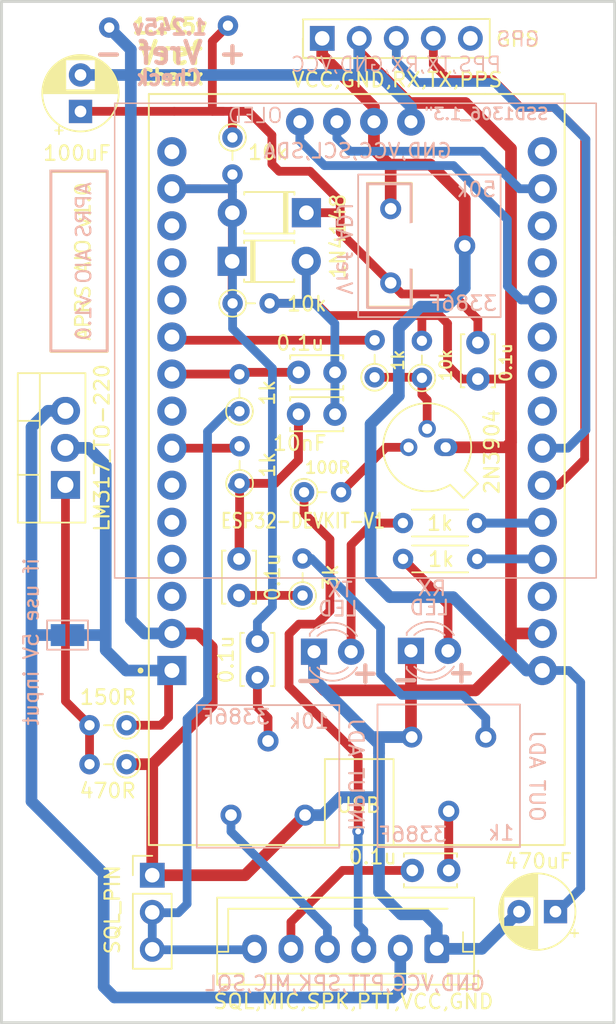
<source format=kicad_pcb>
(kicad_pcb (version 20211014) (generator pcbnew)
  (title_block (title "APRS_AIO_v1.0") (comment 1 "TA1AYH & TA2PLT"))
  (layers (0 "F.Cu" signal) (31 "B.Cu" signal) (34 "B.Paste" user) (35 "F.Paste" user) (36 "B.SilkS" user "B.Silkscreen") (37 "F.SilkS" user "F.Silkscreen") (38 "B.Mask" user) (39 "F.Mask" user) (44 "Edge.Cuts" user))
  (net 0 "")
  (net 1 "Net-(C2-Pad2)")
  (net 2 "GND")
  (net 3 "Net-(Q1-Pad2)")
  (net 4 "Net-(Q1-Pad3)")
  (net 5 "Net-(R1-Pad2)")
  (net 6 "Net-(Brd1-Pad2)")
  (net 11 "Net-(R10-Pad2)")
  (net 13 "Net-(R9-Pad2)")
  (net 19 "Net-(Brd2-Pad3)")
  (net 20 "Net-(Brd3-Pad4)")
  (net 21 "Net-(Brd3-Pad3)")
  (net 22 "Net-(Brd2-Pad4)")
  (net 26 "Net-(C3-Pad1)")
  (net 27 "Net-(C4-Pad2)")
  (net 28 "Net-(RX2-Pad2)")
  (net 29 "Net-(TX2-Pad2)")
  (net 31 "Net-(Brd2-Pad2)")
  (net 32 "Net-(Brd1-Pad3)")
  (net 33 "Net-(Brd1-Pad4)")
  (net 34 "Net-(Brd1-Pad5)")
  (net 35 "Net-(Brd1-Pad6)")
  (net 37 "Net-(C1-Pad2)")
  (net 38 "Net-(C2-Pad1)")
  (net 39 "Net-(C4-Pad1)")
  (net 40 "Net-(C7-Pad1)")
  (net 41 "Net-(R8-Pad2)")
  (net 42 "Net-(RX1-Pad2)")
  (net 43 "Net-(RX2-Pad1)")
  (net 45 "unconnected-(U2-Pad18)")
  (net 46 "Net-(JP1-Pad2)")
  (footprint "Diode_THT:D_T-1_P5.08mm_Horizontal" (layer "F.Cu") (at 140.91 69.48 180)
    (fp_text reference "D1" hide)
    (fp_text value "1N4148" hide)
  )
  (footprint "Resistor_THT:R_Axial_DIN0204_L3.6mm_D1.6mm_P2.54mm_Vertical" (layer "F.Cu") (at 135.85 75.69)
    (fp_text reference "R4" hide)
    (fp_text value "10k")
  )
  (footprint "Capacitor_THT:C_Disc_D3.4mm_W2.1mm_P2.50mm" (layer "F.Cu") (at 140.37 80.42)
    (fp_text reference "C3" hide)
    (fp_text value "0.1u")
  )
  (footprint "Resistor_THT:R_Axial_DIN0204_L3.6mm_D1.6mm_P2.54mm_Vertical" (layer "F.Cu") (at 136.33 88.03 90)
    (fp_text reference "R10" hide)
    (fp_text value "1k")
  )
  (footprint "Capacitor_THT:CP_Radial_D5.0mm_P2.50mm" (layer "F.Cu") (at 157.99 117.384888 180)
    (fp_text reference "C6" hide)
    (fp_text value "470uF")
  )
  (footprint "MountingHole:MountingHole_3.2mm_M3" (layer "F.Cu") (at 150.67 107.21)
    (fp_text reference "REF**" hide)
    (fp_text value "MountingHole_3.2mm_M3" hide)
  )
  (footprint "Resistor_THT:R_Axial_DIN0204_L3.6mm_D1.6mm_P2.54mm_Vertical" (layer "F.Cu") (at 128.58 107.28 180)
    (fp_text reference "R1" hide)
    (fp_text value "470R")
  )
  (footprint "Resistor_THT:R_Axial_DIN0204_L3.6mm_D1.6mm_P5.08mm_Horizontal" (layer "F.Cu") (at 152.61 90.75 180)
    (fp_text reference "RX2" hide)
    (fp_text value "1k")
  )
  (footprint "MountingHole:MountingHole_3.2mm_M3" (layer "F.Cu") (at 148.46 71.75)
    (fp_text reference "REF**" hide)
    (fp_text value "MountingHole_3.2mm_M3" hide)
  )
  (footprint "Capacitor_THT:CP_Radial_D5.0mm_P2.50mm" (layer "F.Cu") (at 125.42 62.54 90)
    (fp_text reference "C8" hide)
    (fp_text value "100uF")
  )
  (footprint "Connector_PinHeader_2.54mm:PinHeader_1x03_P2.54mm_Vertical" (layer "F.Cu") (at 130.34 114.89)
    (fp_text reference "J1" hide)
    (fp_text value "SQL_PIN")
  )
  (footprint "Resistor_THT:R_Axial_DIN0204_L3.6mm_D1.6mm_P2.54mm_Vertical" (layer "F.Cu") (at 136.32 83.09 90)
    (fp_text reference "R6" hide)
    (fp_text value "1k")
  )
  (footprint "MountingHole:MountingHole_3.2mm_M3" (layer "F.Cu") (at 138.28 109)
    (fp_text reference "REF**" hide)
    (fp_text value "MountingHole_3.2mm_M3" hide)
  )
  (footprint "Connector_Pin:Pin_D0.7mm_L6.5mm_W1.8mm_FlatFork" (layer "F.Cu") (at 127.39 56.79)
    (fp_text reference "REF**" hide)
    (fp_text value "Pin_D0.7mm_L6.5mm_W1.8mm_FlatFork" hide)
  )
  (footprint "Capacitor_THT:C_Disc_D3.4mm_W2.1mm_P2.50mm" (layer "F.Cu") (at 148.17 114.56)
    (fp_text reference "C1" hide)
    (fp_text value "0.1u")
  )
  (footprint "Capacitor_THT:C_Disc_D3.4mm_W2.1mm_P2.50mm" (layer "F.Cu") (at 136.29 95.71 90)
    (fp_text reference "C4" hide)
    (fp_text value "0.1u")
  )
  (footprint "Resistor_THT:R_Axial_DIN0204_L3.6mm_D1.6mm_P2.54mm_Vertical" (layer "F.Cu") (at 140.65 95.72 90)
    (fp_text reference "R8" hide)
    (fp_text value "3k")
  )
  (footprint "Capacitor_THT:C_Disc_D3.4mm_W2.1mm_P2.50mm" (layer "F.Cu") (at 152.67 78.38 -90)
    (fp_text reference "C7" hide)
    (fp_text value "0.1u")
  )
  (footprint "Resistor_THT:R_Axial_DIN0204_L3.6mm_D1.6mm_P2.54mm_Vertical" (layer "F.Cu") (at 128.58 104.61 180)
    (fp_text reference "R5" hide)
    (fp_text value "150R")
  )
  (footprint "Resistor_THT:R_Axial_DIN0204_L3.6mm_D1.6mm_P2.54mm_Vertical" (layer "F.Cu") (at 148.83 80.8 90)
    (fp_text reference "R7" hide)
    (fp_text value "10k")
  )
  (footprint "Resistor_THT:R_Axial_DIN0204_L3.6mm_D1.6mm_P5.08mm_Horizontal" (layer "F.Cu") (at 152.62 93.21 180)
    (fp_text reference "TX2" hide)
    (fp_text value "1k")
  )
  (footprint "esp32:ESP32_DEVKIT" (layer "F.Cu") (at 144.3873 85.344)
    (fp_text reference "U2" hide)
    (fp_text value "ESP32-DEVKIT-V1")
  )
  (footprint "Resistor_THT:R_Axial_DIN0204_L3.6mm_D1.6mm_P2.54mm_Vertical" (layer "F.Cu") (at 145.59 80.76 90)
    (fp_text reference "R9" hide)
    (fp_text value "1k")
  )
  (footprint "Capacitor_THT:C_Disc_D3.4mm_W2.1mm_P2.50mm" (layer "F.Cu") (at 137.55 101.35 90)
    (fp_text reference "C2" hide)
    (fp_text value "0.1u")
  )
  (footprint "MountingHole:MountingHole_2.2mm_M2" (layer "F.Cu") (at 123.49 121.08)
    (fp_text reference "REF**" hide)
    (fp_text value "MountingHole_2.2mm_M2" hide)
  )
  (footprint "Connector_PinHeader_2.54mm:PinHeader_1x05_P2.54mm_Vertical" (layer "F.Cu") (at 141.995 57.53 90)
    (fp_text reference "Brd3" hide)
    (fp_text value "GPS")
  )
  (footprint "Package_TO_SOT_THT:TO-18-3" (layer "F.Cu") (at 150.46 85.56 180)
    (fp_text reference "Q1" hide)
    (fp_text value "2N3904")
  )
  (footprint "" (layer "F.Cu") (at 135.53 56.66)
    (fp_text reference "")
    (fp_text value "")
  )
  (footprint "Diode_THT:D_T-1_P5.08mm_Horizontal" (layer "F.Cu") (at 135.82 72.81)
    (fp_text reference "D2" hide)
    (fp_text value "1N4148")
  )
  (footprint "Connector_JST:JST_XH_B6B-XH-AM_1x06_P2.50mm_Vertical" (layer "F.Cu") (at 149.85 119.935 180)
    (fp_text reference "Brd1" hide)
    (fp_text value "INPUT" hide)
  )
  (footprint "Capacitor_THT:C_Disc_D3.4mm_W2.1mm_P2.50mm" (layer "F.Cu") (at 142.87 83.29 180)
    (fp_text reference "C5" hide)
    (fp_text value "10nF")
  )
  (footprint "Resistor_THT:R_Axial_DIN0204_L3.6mm_D1.6mm_P2.54mm_Vertical" (layer "F.Cu") (at 140.75 88.64)
    (fp_text reference "R2" hide)
    (fp_text value "100R")
  )
  (footprint "Resistor_THT:R_Axial_DIN0204_L3.6mm_D1.6mm_P2.54mm_Vertical" (layer "F.Cu") (at 135.84 64.32 -90)
    (fp_text reference "R3" hide)
    (fp_text value "10k")
  )
  (footprint "MountingHole:MountingHole_2.2mm_M2" (layer "F.Cu") (at 159.34 57.7)
    (fp_text reference "REF**" hide)
    (fp_text value "MountingHole_2.2mm_M2" hide)
  )
  (footprint "Package_TO_SOT_THT:TO-220-3_Vertical" (layer "F.Cu") (at 124.389 88.138 90)
    (fp_text reference "U1" hide)
    (fp_text value "LM317_TO-220")
  )
  (footprint "Potentiometer_THT:Potentiometer_Bourns_3386F_Vertical" (layer "B.Cu") (at 153.21 105.42 -90)
    (fp_text reference "RV2" hide)
    (fp_text value "1k")
  )
  (footprint "LED_THT:LED_D3.0mm" (layer "B.Cu") (at 141.435 99.57)
    (fp_text reference "TX")
    (fp_text value "LED")
  )
  (footprint "Potentiometer_THT:Potentiometer_Bourns_3386F_Vertical" (layer "B.Cu") (at 135.74 110.77 90)
    (fp_text reference "RV1" hide)
    (fp_text value "10k")
  )
  (footprint "Potentiometer_THT:Potentiometer_Bourns_3386F_Vertical" (layer "B.Cu") (at 146.69 69.21)
    (fp_text reference "RV3" hide)
    (fp_text value "50k")
  )
  (footprint "MS:OLED_SSD_1306" (layer "B.Cu") (at 144.272 78.486 180)
    (fp_text reference "Brd2" hide)
    (fp_text value "SSD1306_1.3\"")
  )
  (footprint "LED_THT:LED_D3.0mm" (layer "B.Cu") (at 148.08 99.51)
    (fp_text reference "RX")
    (fp_text value "LED")
  )
  (footprint "Jumper:SolderJumper-2_P1.3mm_Open_Pad1.0x1.5mm" (layer "B.Cu") (at 124.53 98.43)
    (fp_text reference "JP1" hide)
    (fp_text value "if use 5V input")
  )
  (gr_rect (start 123.39 66.625) (end 127.25 78.955) (layer "B.SilkS") (width 0.2) (fill none))
  (gr_rect (start 145.1 67.5) (end 148.09 75.98) (layer "B.SilkS") (width 0.2) (fill none))
  (gr_rect (start 123.39 66.66) (end 127.25 78.99) (layer "F.SilkS") (width 0.2) (fill none))
  (gr_rect (start 145.12 67.47) (end 148.11 75.95) (layer "F.SilkS") (width 0.2) (fill none))
  (gr_line (start 120 125) (end 120 55) (layer "Edge.Cuts") (width 0.2))
  (gr_line (start 120 55) (end 162 55) (layer "Edge.Cuts") (width 0.2))
  (gr_line (start 120 125) (end 162 125) (layer "Edge.Cuts") (width 0.2))
  (gr_line (start 162.052 55) (end 162 125) (layer "Edge.Cuts") (width 0.2))
  (gr_text "PPS,TX,RX,GND,VCC" (at 147.05 59.31) (layer "B.SilkS") (effects (font (size 1 1) (thickness 0.12)) (justify mirror)))
  (gr_text "-" (at 147.72 101.42) (layer "B.SilkS") (effects (font (size 1.5 1.5) (thickness 0.3))))
  (gr_text "APRS AIO v1.0" (at 125.64 72.82 90) (layer "B.SilkS") (effects (font (size 1 1)) (justify mirror)))
  (gr_text "+ Vref -" (at 131.59 58.53) (layer "B.SilkS") (effects (font (size 1.5 1.5) (thickness 0.3)) (justify mirror)))
  (gr_text "+" (at 151.54 100.94) (layer "B.SilkS") (effects (font (size 1.5 1.5) (thickness 0.3))))
  (gr_text "1.245v" (at 131.53 56.78) (layer "B.SilkS") (effects (font (size 1 1) (thickness 0.25)) (justify mirror)))
  (gr_text "+" (at 144.95 100.97) (layer "B.SilkS") (effects (font (size 1.5 1.5) (thickness 0.3))))
  (gr_text "OLED" (at 137.4 62.82) (layer "B.SilkS") (effects (font (size 1 1) (thickness 0.12)) (justify mirror)))
  (gr_text "GPS" (at 155.42 57.58) (layer "B.SilkS") (effects (font (size 1 1) (thickness 0.12)) (justify mirror)))
  (gr_text "GND,VCC,PTT,SPK,MIC,SQL" (at 143.56 122.31) (layer "B.SilkS") (effects (font (size 1 1)) (justify mirror)))
  (gr_text "Check" (at 131.49 60.24) (layer "B.SilkS") (effects (font (size 1 1) (thickness 0.25)) (justify mirror)))
  (gr_text "-" (at 141.07 101.47) (layer "B.SilkS") (effects (font (size 1.5 1.5) (thickness 0.3))))
  (gr_text "Check" (at 131.65 60.19) (layer "F.SilkS") (effects (font (size 1 1) (thickness 0.25))))
  (gr_text "1.245v" (at 131.56 56.7) (layer "F.SilkS") (effects (font (size 1 1) (thickness 0.25))))
  (gr_text "- Vref +" (at 131.59 58.54) (layer "F.SilkS") (effects (font (size 1.5 1.5) (thickness 0.3))))
  (gr_text "APRS AIO v1.0" (at 125.59 72.82 -270) (layer "F.SilkS") (effects (font (size 1 1))))
  (segment (start 135.814 72.894) (end 135.94 73.02) (width 0.6) (layer "F.Cu") (net 1))
  (segment (start 135.83 72.8) (end 135.82 72.81) (width 0.6) (layer "F.Cu") (net 1))
  (segment (start 135.83 69.48) (end 135.83 72.8) (width 0.6) (layer "F.Cu") (net 1))
  (segment (start 135.749 67.839) (end 135.83 67.92) (width 0.6) (layer "F.Cu") (net 1))
  (segment (start 135.82 75.66) (end 135.85 75.69) (width 0.6) (layer "F.Cu") (net 1))
  (segment (start 135.82 72.81) (end 135.82 75.66) (width 0.6) (layer "F.Cu") (net 1))
  (segment (start 131.6873 67.839) (end 135.749 67.839) (width 0.6) (layer "F.Cu") (net 1))
  (segment (start 135.83 69.48) (end 135.83 67.92) (width 0.6) (layer "F.Cu") (net 1))
  (segment (start 135.89 75.39) (end 136.05 75.55) (width 0.6) (layer "F.Cu") (net 1))
  (segment (start 135.83 67.92) (end 135.83 66.87) (width 0.6) (layer "F.Cu") (net 1))
  (segment (start 135.83 66.87) (end 135.84 66.86) (width 0.6) (layer "F.Cu") (net 1))
  (segment (start 136.01 73.09) (end 135.94 73.02) (width 0.6) (layer "F.Cu") (net 1))
  (segment (start 135.92 72.78) (end 136.05 72.91) (width 0.6) (layer "F.Cu") (net 1))
  (segment (start 131.6873 67.839) (end 133.631 67.839) (width 0.6) (layer "F.Cu") (net 1))
  (segment (start 131.6873 67.839) (end 135.639 67.839) (width 0.6) (layer "B.Cu") (net 1))
  (segment (start 138.58 80.15) (end 138.58 96.5) (width 0.6) (layer "B.Cu") (net 1))
  (segment (start 135.84 75.68) (end 135.85 75.69) (width 0.6) (layer "B.Cu") (net 1))
  (segment (start 135.85 75.69) (end 135.85 77.42) (width 0.6) (layer "B.Cu") (net 1))
  (segment (start 135.84 68.04) (end 135.84 75.68) (width 0.6) (layer "B.Cu") (net 1))
  (segment (start 135.85 77.42) (end 138.58 80.15) (width 0.6) (layer "B.Cu") (net 1))
  (segment (start 135.639 67.839) (end 135.84 68.04) (width 0.6) (layer "B.Cu") (net 1))
  (segment (start 138.58 96.5) (end 137.55 97.53) (width 0.6) (layer "B.Cu") (net 1))
  (segment (start 137.55 97.53) (end 137.55 98.85) (width 0.6) (layer "B.Cu") (net 1))
  (segment (start 135.84 66.86) (end 135.84 68.04) (width 0.6) (layer "B.Cu") (net 1))
  (segment (start 148.08 102.22) (end 148.08 99.51) (width 0.8) (layer "F.Cu") (net 2))
  (segment (start 154.94 85.22) (end 154.94 65.09) (width 0.8) (layer "F.Cu") (net 2))
  (segment (start 150.59 79.93) (end 150.59 77.07) (width 0.6) (layer "F.Cu") (net 2))
  (segment (start 154.72 85.56) (end 154.94 85.78) (width 0.6) (layer "F.Cu") (net 2))
  (segment (start 154.74 64.89) (end 154.94 65.09) (width 0.6) (layer "F.Cu") (net 2))
  (segment (start 154.94 85.22) (end 154.94 85.78) (width 0.6) (layer "F.Cu") (net 2))
  (segment (start 150.59 77.07) (end 150.05 76.53) (width 0.6) (layer "F.Cu") (net 2))
  (segment (start 151.81 61.96) (end 147.96 61.96) (width 0.8) (layer "F.Cu") (net 2))
  (segment (start 154.94 65.09) (end 154.94 79.19) (width 0.6) (layer "F.Cu") (net 2))
  (segment (start 154.94 97.77) (end 154.94 88.77) (width 0.6) (layer "F.Cu") (net 2))
  (segment (start 155.051 98.319) (end 154.94 98.43) (width 0.8) (layer "F.Cu") (net 2))
  (segment (start 148.08 102.22) (end 152.5 102.22) (width 0.6) (layer "F.Cu") (net 2))
  (segment (start 154.94 84.43) (end 154.94 85.22) (width 0.6) (layer "F.Cu") (net 2))
  (segment (start 138.39 75.69) (end 140.8 75.69) (width 0.6) (layer "F.Cu") (net 2))
  (segment (start 130.32 107.28) (end 130.34 107.3) (width 0.8) (layer "F.Cu") (net 2))
  (segment (start 142.8625 83.3075) (end 142.86 83.31) (width 0.6) (layer "F.Cu") (net 2))
  (segment (start 154.94 98.43) (end 154.94 84.43) (width 0.8) (layer "F.Cu") (net 2))
  (segment (start 151.54 80.88) (end 150.59 79.93) (width 0.6) (layer "F.Cu") (net 2))
  (segment (start 157.0873 98.319) (end 155.051 98.319) (width 0.8) (layer "F.Cu") (net 2))
  (segment (start 142.4 76.53) (end 141.56 75.69) (width 0.6) (layer "F.Cu") (net 2))
  (segment (start 147.735 61.735) (end 147.96 61.96) (width 0.6) (layer "F.Cu") (net 2))
  (segment (start 130.34 114.89) (end 136.7 114.89) (width 0.8) (layer "F.Cu") (net 2))
  (segment (start 131.6873 98.319) (end 133.489 98.319) (width 0.8) (layer "F.Cu") (net 2))
  (segment (start 140.9 75.59) (end 140.8 75.69) (width 0.6) (layer "F.Cu") (net 2))
  (segment (start 148.08 102.22) (end 148.08 102.64) (width 0.6) (layer "F.Cu") (net 2))
  (segment (start 154.94 88.77) (end 154.94 87) (width 0.6) (layer "F.Cu") (net 2))
  (segment (start 141.56 75.69) (end 140.8 75.69) (width 0.6) (layer "F.Cu") (net 2))
  (segment (start 150.46 85.56) (end 154.72 85.56) (width 0.6) (layer "F.Cu") (net 2))
  (segment (start 136.7 114.89) (end 140.82 110.77) (width 0.8) (layer "F.Cu") (net 2))
  (segment (start 148.08 102.64) (end 148.08 104.904) (width 0.6) (layer "F.Cu") (net 2))
  (segment (start 154.94 85.78) (end 154.94 87) (width 0.6) (layer "F.Cu") (net 2))
  (segment (start 148.08 105.37) (end 148.13 105.42) (width 0.8) (layer "F.Cu") (net 2))
  (segment (start 154.94 80.78) (end 154.94 84.43) (width 0.6) (layer "F.Cu") (net 2))
  (segment (start 130.36 107.28) (end 131.56 106.08) (width 0.6) (layer "F.Cu") (net 2))
  (segment (start 130.34 109.81) (end 130.34 107.3) (width 0.6) (layer "F.Cu") (net 2))
  (segment (start 128.58 107.28) (end 129.95 107.28) (width 0.6) (layer "F.Cu") (net 2))
  (segment (start 142.15 102.22) (end 141.435 101.505) (width 0.8) (layer "F.Cu") (net 2))
  (segment (start 154.94 65.09) (end 151.81 61.96) (width 0.8) (layer "F.Cu") (net 2))
  (segment (start 130.34 109.81) (end 130.34 114.89) (width 0.6) (layer "F.Cu") (net 2))
  (segment (start 153.39 101.33) (end 154.94 99.78) (width 0.6) (layer "F.Cu") (net 2))
  (segment (start 154.94 80.78) (end 154.84 80.88) (width 0.6) (layer "F.Cu") (net 2))
  (segment (start 150.46 85.56) (end 151.98 85.56) (width 0.6) (layer "F.Cu") (net 2))
  (segment (start 130.34 107.3) (end 131.56 106.08) (width 0.6) (layer "F.Cu") (net 2))
  (segment (start 152.5 102.22) (end 142.15 102.22) (width 0.8) (layer "F.Cu") (net 2))
  (segment (start 130.34 107.3) (end 130.34 114.89) (width 0.8) (layer "F.Cu") (net 2))
  (segment (start 153.43 101.33) (end 153.39 101.33) (width 0.6) (layer "F.Cu") (net 2))
  (segment (start 142.8625 80.36) (end 142.8625 83.3075) (width 0.6) (layer "F.Cu") (net 2))
  (segment (start 148.1 102.66) (end 148.08 102.64) (width 0.6) (layer "F.Cu") (net 2))
  (segment (start 148.08 99.51) (end 148.08 105.37) (width 0.8) (layer "F.Cu") (net 2))
  (segment (start 150.05 76.53) (end 148.91 76.53) (width 0.6) (layer "F.Cu") (net 2))
  (segment (start 148.83 78.26) (end 148.83 76.61) (width 0.6) (layer "F.Cu") (net 2))
  (segment (start 148.082 62.082) (end 147.735 61.735) (width 0.6) (layer "F.Cu") (net 2))
  (segment (start 142.15 102.22) (end 148.08 102.22) (width 0.6) (layer "F.Cu") (net 2))
  (segment (start 151.81 61.96) (end 154.74 64.89) (width 0.6) (layer "F.Cu") (net 2))
  (segment (start 134.42 103.22) (end 130.36 107.28) (width 0.8) (layer "F.Cu") (net 2))
  (segment (start 131.56 106.08) (end 134.42 103.22) (width 0.6) (layer "F.Cu") (net 2))
  (segment (start 130.34 107.67) (end 130.34 109.81) (width 0.6) (layer "F.Cu") (net 2))
  (segment (start 133.489 98.319) (end 134.42 99.25) (width 0.8) (layer "F.Cu") (net 2))
  (segment (start 154.84 80.88) (end 152.67 80.88) (width 0.6) (layer "F.Cu") (net 2))
  (segment (start 150.46 85.56) (end 154.6 85.56) (width 0.8) (layer "F.Cu") (net 2))
  (segment (start 128.58 107.28) (end 130.36 107.28) (width 0.6) (layer "F.Cu") (net 2))
  (segment (start 154.94 98.43) (end 154.94 97.77) (width 0.6) (layer "F.Cu") (net 2))
  (segment (start 141.435 101.505) (end 141.435 99.57) (width 0.8) (layer "F.Cu") (net 2))
  (segment (start 152.67 80.88) (end 151.54 80.88) (width 0.6) (layer "F.Cu") (net 2))
  (segment (start 128.58 107.28) (end 130.32 107.28) (width 0.8) (layer "F.Cu") (net 2))
  (segment (start 154.94 98.43) (end 154.94 99.78) (width 0.8) (layer "F.Cu") (net 2))
  (segment (start 153.096 63.246) (end 154.74 64.89) (width 0.6) (layer "F.Cu") (net 2))
  (segment (start 148.83 76.61) (end 148.91 76.53) (width 0.6) (layer "F.Cu") (net 2))
  (segment (start 154.6 85.56) (end 154.94 85.22) (width 0.8) (layer "F.Cu") (net 2))
  (segment (start 144.535 57.53) (end 144.535 58.535) (width 0.8) (layer "F.Cu") (net 2))
  (segment (start 144.535 58.535) (end 147.96 61.96) (width 0.8) (layer "F.Cu") (net 2))
  (segment (start 154.94 79.19) (end 154.94 80.78) (width 0.6) (layer "F.Cu") (net 2))
  (segment (start 148.91 76.53) (end 142.4 76.53) (width 0.6) (layer "F.Cu") (net 2))
  (segment (start 154.94 99.78) (end 152.5 102.22) (width 0.8) (layer "F.Cu") (net 2))
  (segment (start 140.9 72.81) (end 140.9 75.59) (width 0.6) (layer "F.Cu") (net 2))
  (segment (start 134.42 99.25) (end 134.42 103.22) (width 0.8) (layer "F.Cu") (net 2))
  (segment (start 148.082 63.246) (end 148.082 62.082) (width 0.8) (layer "F.Cu") (net 2))
  (segment (start 134.24 60.03) (end 128.69 60.03) (width 0.6) (layer "B.Cu") (net 2))
  (segment (start 127.32 56.75) (end 128.87 58.3) (width 0.8) (layer "B.Cu") (net 2))
  (segment (start 127.39 56.79) (end 127.39 56.82) (width 0.8) (layer "B.Cu") (net 2))
  (segment (start 142.03 110.77) (end 143.26 109.54) (width 0.8) (layer "B.Cu") (net 2))
  (segment (start 140.62 75.69) (end 141.47 75.69) (width 0.6) (layer "B.Cu") (net 2))
  (segment (start 145.925 60.055) (end 146.205 60.335) (width 0.8) (layer "B.Cu") (net 2))
  (segment (start 129.809 98.319) (end 131.6873 98.319) (width 0.8) (layer "B.Cu") (net 2))
  (segment (start 128.69 60.03) (end 127.74 60.03) (width 0.6) (layer "B.Cu") (net 2))
  (segment (start 142.8625 80.36) (end 142.8625 78.2025) (width 0.6) (layer "B.Cu") (net 2))
  (segment (start 145.89 105.92) (end 145.89 106.54) (width 0.8) (layer "B.Cu") (net 2))
  (segment (start 143.72 60.03) (end 144.42 60.03) (width 0.8) (layer "B.Cu") (net 2))
  (segment (start 143.26 109.54) (end 145.71 109.54) (width 0.8) (layer "B.Cu") (net 2))
  (segment (start 149.85 118.36) (end 149.06 117.57) (width 0.8) (layer "B.Cu") (net 2))
  (segment (start 128.87 60.21) (end 128.87 58.3) (width 0.6) (layer "B.Cu") (net 2))
  (segment (start 127.39 56.82) (end 128.87 58.3) (width 0.8) (layer "B.Cu") (net 2))
  (segment (start 145.39 105.42) (end 144.45 104.48) (width 0.8) (layer "B.Cu") (net 2))
  (segment (start 144.535 57.53) (end 144.535 59.915) (width 0.8) (layer "B.Cu") (net 2))
  (segment (start 141.435 101.465) (end 141.435 99.57) (width 0.8) (layer "B.Cu") (net 2))
  (segment (start 128.87 60.7) (end 128.87 60.55) (width 0.6) (layer "B.Cu") (net 2))
  (segment (start 140.82 110.77) (end 142.03 110.77) (width 0.8) (layer "B.Cu") (net 2))
  (segment (start 144.535 59.915) (end 144.42 60.03) (width 0.8) (layer "B.Cu") (net 2))
  (segment (start 145.89 116.05) (end 145.89 106.54) (width 0.8) (layer "B.Cu") (net 2))
  (segment (start 146.205 60.335) (end 147.47 61.6) (width 0.8) (layer "B.Cu") (net 2))
  (segment (start 145.89 106.54) (end 145.89 105.96) (width 0.8) (layer "B.Cu") (net 2))
  (segment (start 125.42 60.04) (end 143.71 60.04) (width 0.8) (layer "B.Cu") (net 2))
  (segment (start 142.8625 77.0825) (end 142.8625 78.2025) (width 0.6) (layer "B.Cu") (net 2))
  (segment (start 148.13 105.42) (end 145.39 105.42) (width 0.8) (layer "B.Cu") (net 2))
  (segment (start 144.45 104.48) (end 141.435 101.465) (width 0.8) (layer "B.Cu") (net 2))
  (segment (start 146.43 105.42) (end 148.13 105.42) (width 0.8) (layer "B.Cu") (net 2))
  (segment (start 127.74 60.03) (end 125.44 60.03) (width 0.6) (layer "B.Cu") (net 2))
  (segment (start 144.535 57.53) (end 144.535 58.665) (width 0.6) (layer "B.Cu") (net 2))
  (segment (start 143.72 60.03) (end 134.24 60.03) (width 0.6) (layer "B.Cu") (net 2))
  (segment (start 128.87 60.21) (end 128.69 60.03) (width 0.6) (layer "B.Cu") (net 2))
  (segment (start 140.9 72.81) (end 140.9 75.41) (width 0.6) (layer "B.Cu") (net 2))
  (segment (start 128.2 60.03) (end 127.74 60.03) (width 0.6) (layer "B.Cu") (net 2))
  (segment (start 143.71 60.04) (end 143.72 60.03) (width 0.8) (layer "B.Cu") (net 2))
  (segment (start 128.87 58.3) (end 128.87 97.38) (width 0.8) (layer "B.Cu") (net 2))
  (segment (start 141.47 75.69) (end 142.8625 77.0825) (width 0.6) (layer "B.Cu") (net 2))
  (segment (start 148.082 63.246) (end 148.082 62.212) (width 0.8) (layer "B.Cu") (net 2))
  (segment (start 128.87 97.38) (end 128.87 60.7) (width 0.6) (layer "B.Cu") (net 2))
  (segment (start 147.41 117.57) (end 145.89 116.05) (width 0.8) (layer "B.Cu") (net 2))
  (segment (start 155.49 117.384888) (end 152.939888 119.935) (width 0.8) (layer "B.Cu") (net 2))
  (segment (start 127.32 56.7) (end 127.32 56.75) (width 0.8) (layer "B.Cu") (net 2))
  (segment (start 128.87 97.38) (end 129.809 98.319) (width 0.8) (layer "B.Cu") (net 2))
  (segment (start 142.87 80.42) (end 142.87 83.29) (width 0.6) (layer "B.Cu") (net 2))
  (segment (start 148.082 62.212) (end 147.47 61.6) (width 0.8) (layer "B.Cu") (net 2))
  (segment (start 149.85 119.935) (end 152.939888 119.935) (width 0.8) (layer "B.Cu") (net 2))
  (segment (start 138.39 75.69) (end 140.62 75.69) (width 0.6) (layer "B.Cu") (net 2))
  (segment (start 149.06 117.57) (end 147.41 117.57) (width 0.8) (layer "B.Cu") (net 2))
  (segment (start 144.45 104.48) (end 145.89 105.92) (width 0.8) (layer "B.Cu") (net 2))
  (segment (start 144.42 60.03) (end 145.9 60.03) (width 0.8) (layer "B.Cu") (net 2))
  (segment (start 149.85 119.935) (end 149.85 118.36) (width 0.8) (layer "B.Cu") (net 2))
  (segment (start 128.87 60.7) (end 128.87 60.21) (width 0.6) (layer "B.Cu") (net 2))
  (segment (start 145.9 60.03) (end 146.205 60.335) (width 0.8) (layer "B.Cu") (net 2))
  (segment (start 145.59 80.76) (end 148.79 80.76) (width 0.6) (layer "F.Cu") (net 3))
  (segment (start 145.59 80.76) (end 145.66 80.76) (width 0.6) (layer "F.Cu") (net 3))
  (segment (start 148.79 80.76) (end 148.83 80.8) (width 0.6) (layer "F.Cu") (net 3))
  (segment (start 149.19 82.31) (end 149.19 84.29) (width 0.6) (layer "F.Cu") (net 3))
  (segment (start 145.63 80.8) (end 145.59 80.76) (width 0.6) (layer "F.Cu") (net 3))
  (segment (start 148.83 81.95) (end 149.19 82.31) (width 0.6) (layer "F.Cu") (net 3))
  (segment (start 148.83 80.8) (end 148.83 81.95) (width 0.6) (layer "F.Cu") (net 3))
  (segment (start 146.37 85.56) (end 143.29 88.64) (width 0.6) (layer "F.Cu") (net 4))
  (segment (start 147.92 85.56) (end 146.37 85.56) (width 0.6) (layer "F.Cu") (net 4))
  (segment (start 126.04 107.28) (end 126.04 104.61) (width 0.6) (layer "F.Cu") (net 5))
  (segment (start 124.389 88.138) (end 124.389 102.959) (width 0.6) (layer "F.Cu") (net 5))
  (segment (start 124.389 102.959) (end 126.04 104.61) (width 0.6) (layer "F.Cu") (net 5))
  (segment (start 127.75 123.27) (end 146.88 123.27) (width 0.8) (layer "B.Cu") (net 6))
  (segment (start 122.23 98.43) (end 122.06 98.26) (width 0.6) (layer "B.Cu") (net 6))
  (segment (start 127.01 114.78) (end 127.01 122.53) (width 0.8) (layer "B.Cu") (net 6))
  (segment (start 123.88 98.43) (end 122.23 98.43) (width 0.8) (layer "B.Cu") (net 6))
  (segment (start 147.35 122.8) (end 147.35 119.935) (width 0.8) (layer "B.Cu") (net 6))
  (segment (start 123.182 83.058) (end 122.06 84.18) (width 0.8) (layer "B.Cu") (net 6))
  (segment (start 146.88 123.27) (end 147.35 122.8) (width 0.8) (layer "B.Cu") (net 6))
  (segment (start 122.06 84.18) (end 122.06 98.26) (width 0.6) (layer "B.Cu") (net 6))
  (segment (start 124.389 83.058) (end 123.182 83.058) (width 0.8) (layer "B.Cu") (net 6))
  (segment (start 127.01 122.53) (end 127.75 123.27) (width 0.8) (layer "B.Cu") (net 6))
  (segment (start 122.06 84.18) (end 122.06 109.83) (width 0.8) (layer "B.Cu") (net 6))
  (segment (start 122.06 109.83) (end 127.01 114.78) (width 0.8) (layer "B.Cu") (net 6))
  (segment (start 122.06 98.26) (end 122.06 109.83) (width 0.6) (layer "B.Cu") (net 6))
  (segment (start 135.819 85.619) (end 135.84 85.64) (width 0.6) (layer "F.Cu") (net 11))
  (segment (start 131.6873 85.619) (end 135.819 85.619) (width 0.6) (layer "F.Cu") (net 11))
  (segment (start 145.59 78.22) (end 131.9083 78.22) (width 0.6) (layer "F.Cu") (net 13))
  (segment (start 131.9083 78.22) (end 131.6873 77.999) (width 0.6) (layer "F.Cu") (net 13))
  (segment (start 155.519 67.839) (end 152.945 65.265) (width 0.6) (layer "B.Cu") (net 19))
  (segment (start 143.002 63.246) (end 143.002 64.372) (width 0.6) (layer "B.Cu") (net 19))
  (segment (start 143.002 64.372) (end 143.895 65.265) (width 0.6) (layer "B.Cu") (net 19))
  (segment (start 152.945 65.265) (end 152.345 65.265) (width 0.6) (layer "B.Cu") (net 19))
  (segment (start 143.895 65.265) (end 152.345 65.265) (width 0.6) (layer "B.Cu") (net 19))
  (segment (start 157.0873 67.839) (end 155.519 67.839) (width 0.6) (layer "B.Cu") (net 19))
  (segment (start 153.68 60.36) (end 155.58 62.26) (width 0.6) (layer "F.Cu") (net 20))
  (segment (start 159.99 64.35) (end 159.99 86.38) (width 0.6) (layer "F.Cu") (net 20))
  (segment (start 155.58 62.26) (end 157.9 62.26) (width 0.6) (layer "F.Cu") (net 20))
  (segment (start 150.65 60.36) (end 153.68 60.36) (width 0.6) (layer "F.Cu") (net 20))
  (segment (start 158.211 88.159) (end 157.0873 88.159) (width 0.6) (layer "F.Cu") (net 20))
  (segment (start 157.9 62.26) (end 159.99 64.35) (width 0.6) (layer "F.Cu") (net 20))
  (segment (start 159.99 86.38) (end 158.211 88.159) (width 0.6) (layer "F.Cu") (net 20))
  (segment (start 149.615 59.325) (end 150.65 60.36) (width 0.6) (layer "F.Cu") (net 20))
  (segment (start 149.615 57.53) (end 149.615 59.325) (width 0.6) (layer "F.Cu") (net 20))
  (segment (start 158.831 85.619) (end 160.08 84.37) (width 0.6) (layer "B.Cu") (net 21))
  (segment (start 160.08 64.45) (end 157.87 62.24) (width 0.6) (layer "B.Cu") (net 21))
  (segment (start 157.0873 85.619) (end 158.831 85.619) (width 0.6) (layer "B.Cu") (net 21))
  (segment (start 148.5 60.55) (end 147.075 59.125) (width 0.6) (layer "B.Cu") (net 21))
  (segment (start 147.075 59.125) (end 147.075 57.53) (width 0.6) (layer "B.Cu") (net 21))
  (segment (start 157.87 62.24) (end 155.5 62.24) (width 0.6) (layer "B.Cu") (net 21))
  (segment (start 153.81 60.55) (end 148.5 60.55) (width 0.6) (layer "B.Cu") (net 21))
  (segment (start 155.5 62.24) (end 153.81 60.55) (width 0.6) (layer "B.Cu") (net 21))
  (segment (start 160.08 84.37) (end 160.08 64.45) (width 0.6) (layer "B.Cu") (net 21))
  (segment (start 140.462 63.246) (end 140.462 64.562) (width 0.6) (layer "B.Cu") (net 22))
  (segment (start 142.15 66.25) (end 151 66.25) (width 0.6) (layer "B.Cu") (net 22))
  (segment (start 151 66.25) (end 154.69 69.94) (width 0.6) (layer "B.Cu") (net 22))
  (segment (start 155.639 75.459) (end 157.0873 75.459) (width 0.6) (layer "B.Cu") (net 22))
  (segment (start 154.69 74.51) (end 155.639 75.459) (width 0.6) (layer "B.Cu") (net 22))
  (segment (start 140.462 64.562) (end 142.15 66.25) (width 0.6) (layer "B.Cu") (net 22))
  (segment (start 154.69 69.94) (end 154.69 74.51) (width 0.6) (layer "B.Cu") (net 22))
  (segment (start 136.45 80.42) (end 136.32 80.55) (width 0.6) (layer "F.Cu") (net 26))
  (segment (start 131.6873 79.8951) (end 131.6769 79.8846) (width 0.25) (layer "F.Cu") (net 26))
  (segment (start 136.309 80.539) (end 136.32 80.55) (width 0.6) (layer "F.Cu") (net 26))
  (segment (start 131.6873 80.539) (end 131.6873 79.8951) (width 0.25) (layer "F.Cu") (net 26))
  (segment (start 140.37 80.42) (end 136.45 80.42) (width 0.6) (layer "F.Cu") (net 26))
  (segment (start 140.1125 80.61) (end 140.3625 80.36) (width 0.6) (layer "F.Cu") (net 26))
  (segment (start 131.6873 80.539) (end 136.309 80.539) (width 0.6) (layer "F.Cu") (net 26))
  (segment (start 136.33 92.62) (end 136.32 92.63) (width 0.6) (layer "F.Cu") (net 27))
  (segment (start 136.33 91.07) (end 136.29 91.11) (width 0.6) (layer "F.Cu") (net 27))
  (segment (start 140.37 83.29) (end 140.37 86.43) (width 0.6) (layer "F.Cu") (net 27))
  (segment (start 140.37 86.43) (end 140.36 86.44) (width 0.6) (layer "F.Cu") (net 27))
  (segment (start 136.33 88.03) (end 136.33 91.07) (width 0.6) (layer "F.Cu") (net 27))
  (segment (start 136.33 91.07) (end 136.33 92.62) (width 0.6) (layer "F.Cu") (net 27))
  (segment (start 138.77 88.03) (end 136.33 88.03) (width 0.6) (layer "F.Cu") (net 27))
  (segment (start 136.29 91.11) (end 136.29 93.21) (width 0.6) (layer "F.Cu") (net 27))
  (segment (start 140.36 83.31) (end 140.36 86.44) (width 0.6) (layer "F.Cu") (net 27))
  (segment (start 140.36 86.44) (end 138.77 88.03) (width 0.6) (layer "F.Cu") (net 27))
  (segment (start 135.87 88.21) (end 135.84 88.18) (width 0.6) (layer "B.Cu") (net 27))
  (segment (start 157.0163 90.77) (end 157.0873 90.699) (width 0.6) (layer "B.Cu") (net 28))
  (segment (start 157.0263 90.76) (end 157.0873 90.699) (width 0.6) (layer "B.Cu") (net 28))
  (segment (start 152.56 90.76) (end 157.0263 90.76) (width 0.6) (layer "B.Cu") (net 28))
  (segment (start 157.0363 90.75) (end 157.0873 90.699) (width 0.6) (layer "B.Cu") (net 28))
  (segment (start 152.61 90.75) (end 157.0363 90.75) (width 0.6) (layer "B.Cu") (net 28))
  (segment (start 157.0663 90.678) (end 157.0873 90.699) (width 0.6) (layer "B.Cu") (net 28))
  (segment (start 152.62 93.21) (end 157.0583 93.21) (width 0.6) (layer "B.Cu") (net 29))
  (segment (start 157.0583 93.21) (end 157.0873 93.239) (width 0.6) (layer "B.Cu") (net 29))
  (segment (start 156.9863 93.34) (end 157.0873 93.239) (width 0.6) (layer "B.Cu") (net 29))
  (segment (start 157.0763 93.25) (end 157.0873 93.239) (width 0.6) (layer "B.Cu") (net 29))
  (segment (start 157.0873 100.859) (end 156.8458 101.1005) (width 0.25) (layer "F.Cu") (net 31))
  (segment (start 141.995 57.53) (end 141.995 58.685) (width 0.8) (layer "F.Cu") (net 31))
  (segment (start 145.52 64.37) (end 145.52 63.268) (width 0.6) (layer "F.Cu") (net 31))
  (segment (start 149.41 66.18) (end 146.58 66.18) (width 0.8) (layer "F.Cu") (net 31))
  (segment (start 146.69 66.29) (end 146.38 65.98) (width 0.6) (layer "F.Cu") (net 31))
  (segment (start 145.52 63.268) (end 145.542 63.246) (width 0.6) (layer "F.Cu") (net 31))
  (segment (start 146.69 69.21) (end 146.69 66.29) (width 0.8) (layer "F.Cu") (net 31))
  (segment (start 146.38 65.98) (end 145.542 65.142) (width 0.6) (layer "F.Cu") (net 31))
  (segment (start 146.69 66.29) (end 145.542 65.142) (width 0.8) (layer "F.Cu") (net 31))
  (segment (start 145.542 65.142) (end 145.542 63.246) (width 0.8) (layer "F.Cu") (net 31))
  (segment (start 151.77 68.54) (end 149.41 66.18) (width 0.8) (layer "F.Cu") (net 31))
  (segment (start 145.542 62.232) (end 145.542 63.246) (width 0.8) (layer "F.Cu") (net 31))
  (segment (start 145.542 63.246) (end 145.83 63.534) (width 0.6) (layer "F.Cu") (net 31))
  (segment (start 151.77 71.75) (end 151.77 68.54) (width 0.8) (layer "F.Cu") (net 31))
  (segment (start 141.995 58.685) (end 145.542 62.232) (width 0.8) (layer "F.Cu") (net 31))
  (segment (start 146.58 66.18) (end 146.38 65.98) (width 0.8) (layer "F.Cu") (net 31))
  (segment (start 147.25 82.03) (end 147.25 77.4) (width 0.8) (layer "B.Cu") (net 31))
  (segment (start 150.47 75.94) (end 151.77 74.64) (width 0.8) (layer "B.Cu") (net 31))
  (segment (start 159.72 115.8) (end 158.135112 117.384888) (width 0.6) (layer "B.Cu") (net 31))
  (segment (start 157.0873 100.859) (end 158.909 100.859) (width 0.6) (layer "B.Cu") (net 31))
  (segment (start 150.97 95.83) (end 146.64 95.83) (width 0.8) (layer "B.Cu") (net 31))
  (segment (start 145.31 94.5) (end 145.31 83.97) (width 0.8) (layer "B.Cu") (net 31))
  (segment (start 148.73 75.92) (end 150.45 75.92) (width 0.8) (layer "B.Cu") (net 31))
  (segment (start 150.45 75.92) (end 150.47 75.94) (width 0.6) (layer "B.Cu") (net 31))
  (segment (start 146.64 95.83) (end 145.31 94.5) (width 0.8) (layer "B.Cu") (net 31))
  (segment (start 158.909 100.859) (end 159.72 101.67) (width 0.6) (layer "B.Cu") (net 31))
  (segment (start 155.999 100.859) (end 150.97 95.83) (width 0.8) (layer "B.Cu") (net 31))
  (segment (start 147.25 77.4) (end 148.73 75.92) (width 0.8) (layer "B.Cu") (net 31))
  (segment (start 157.0873 100.859) (end 155.999 100.859) (width 0.8) (layer "B.Cu") (net 31))
  (segment (start 145.31 83.97) (end 147.25 82.03) (width 0.8) (layer "B.Cu") (net 31))
  (segment (start 151.77 74.64) (end 151.77 71.75) (width 0.8) (layer "B.Cu") (net 31))
  (segment (start 158.135112 117.384888) (end 157.99 117.384888) (width 0.6) (layer "B.Cu") (net 31))
  (segment (start 159.72 101.67) (end 159.72 115.8) (width 0.6) (layer "B.Cu") (net 31))
  (segment (start 139.75 101.98) (end 139.72 101.98) (width 0.6) (layer "F.Cu") (net 32))
  (segment (start 139.72 98.36) (end 140.4 97.68) (width 0.6) (layer "F.Cu") (net 32))
  (segment (start 139.72 101.98) (end 139.72 98.36) (width 0.6) (layer "F.Cu") (net 32))
  (segment (start 140.75 88.64) (end 140.75 90.09) (width 0.6) (layer "F.Cu") (net 32))
  (segment (start 142.525 96.775) (end 142.525 91.865) (width 0.6) (layer "F.Cu") (net 32))
  (segment (start 140.75 90.09) (end 142.525 91.865) (width 0.6) (layer "F.Cu") (net 32))
  (segment (start 144.46 106.69) (end 139.75 101.98) (width 0.6) (layer "F.Cu") (net 32))
  (segment (start 144.46 111.89) (end 144.46 106.69) (width 0.6) (layer "F.Cu") (net 32))
  (segment (start 141.15 103.41) (end 139.72 101.98) (width 0.6) (layer "F.Cu") (net 32))
  (segment (start 141.62 97.68) (end 142.525 96.775) (width 0.6) (layer "F.Cu") (net 32))
  (segment (start 140.4 97.68) (end 141.62 97.68) (width 0.6) (layer "F.Cu") (net 32))
  (via (at 144.46 111.89) (size 0.8) (drill 0.4) (layers "F.Cu" "B.Cu") (net 32))
  (segment (start 144.46 111.89) (end 144.46 118.29) (width 0.6) (layer "B.Cu") (net 32))
  (segment (start 144.46 118.29) (end 144.85 118.68) (width 0.6) (layer "B.Cu") (net 32))
  (segment (start 144.85 118.68) (end 144.85 119.935) (width 0.6) (layer "B.Cu") (net 32))
  (segment (start 142.35 119.935) (end 142.35 118.51) (width 0.6) (layer "B.Cu") (net 33))
  (segment (start 135.74 110.77) (end 135.74 111.9) (width 0.6) (layer "B.Cu") (net 33))
  (segment (start 135.74 111.9) (end 142.35 118.51) (width 0.6) (layer "B.Cu") (net 33))
  (segment (start 139.85 118.1) (end 143.39 114.56) (width 0.6) (layer "F.Cu") (net 34))
  (segment (start 143.39 114.56) (end 148.28 114.56) (width 0.6) (layer "F.Cu") (net 34))
  (segment (start 139.85 119.935) (end 139.85 118.1) (width 0.6) (layer "F.Cu") (net 34))
  (segment (start 148.17 114.56) (end 143.39 114.56) (width 0.6) (layer "F.Cu") (net 34))
  (segment (start 137.285 120) (end 137.35 119.935) (width 0.6) (layer "B.Cu") (net 35))
  (segment (start 130.34 119.97) (end 130.34 117.43) (width 0.6) (layer "B.Cu") (net 35))
  (segment (start 132.73 116.86) (end 132.13 117.46) (width 0.6) (layer "B.Cu") (net 35))
  (segment (start 132.13 117.46) (end 130.11 117.46) (width 0.6) (layer "B.Cu") (net 35))
  (segment (start 136.32 83.09) (end 135.52 83.09) (width 0.6) (layer "B.Cu") (net 35))
  (segment (start 130.11 120) (end 137.285 120) (width 0.6) (layer "B.Cu") (net 35))
  (segment (start 135.52 83.09) (end 134.13 84.48) (width 0.6) (layer "B.Cu") (net 35))
  (segment (start 134.13 84.48) (end 134.13 102.77) (width 0.6) (layer "B.Cu") (net 35))
  (segment (start 134.13 102.77) (end 132.73 104.17) (width 0.6) (layer "B.Cu") (net 35))
  (segment (start 132.73 104.17) (end 132.73 116.86) (width 0.6) (layer "B.Cu") (net 35))
  (segment (start 150.67 114.45) (end 150.78 114.56) (width 0.6) (layer "F.Cu") (net 37))
  (segment (start 150.67 110.5) (end 150.67 114.45) (width 0.6) (layer "F.Cu") (net 37))
  (segment (start 150.67 114.56) (end 150.67 110.5) (width 0.6) (layer "F.Cu") (net 37))
  (segment (start 150.67 110.5) (end 150.68 110.51) (width 0.6) (layer "F.Cu") (net 37))
  (segment (start 138.28 104.1) (end 137.55 103.37) (width 0.6) (layer "F.Cu") (net 38))
  (segment (start 137.55 101.35) (end 137.55 103.37) (width 0.6) (layer "F.Cu") (net 38))
  (segment (start 138.28 105.69) (end 138.28 104.1) (width 0.6) (layer "F.Cu") (net 38))
  (segment (start 136.29 95.71) (end 140.64 95.71) (width 0.6) (layer "F.Cu") (net 39))
  (segment (start 140.64 95.71) (end 140.65 95.72) (width 0.6) (layer "F.Cu") (net 39))
  (segment (start 134.46 62.53) (end 131.85 62.53) (width 0.6) (layer "F.Cu") (net 40))
  (segment (start 140.91 69.48) (end 143.02 69.48) (width 0.6) (layer "F.Cu") (net 40))
  (segment (start 146.69 74.29) (end 143.46 71.06) (width 0.6) (layer "F.Cu") (net 40))
  (segment (start 136.92 62.53) (end 135.74 62.53) (width 0.6) (layer "F.Cu") (net 40))
  (segment (start 146.69 74.29) (end 147.45 75.05) (width 0.6) (layer "F.Cu") (net 40))
  (segment (start 138.545 66.145) (end 138.545 64.155) (width 0.6) (layer "F.Cu") (net 40))
  (segment (start 135.84 64.32) (end 135.85 64.33) (width 0.25) (layer "F.Cu") (net 40))
  (segment (start 135.84 64.32) (end 135.84 63.15) (width 0.6) (layer "F.Cu") (net 40))
  (segment (start 135.53 56.66) (end 134.46 57.73) (width 0.6) (layer "F.Cu") (net 40))
  (segment (start 143.23 70.83) (end 143.46 71.06) (width 0.6) (layer "F.Cu") (net 40))
  (segment (start 135.85 64.33) (end 135.87 64.33) (width 0.25) (layer "F.Cu") (net 40))
  (segment (start 135.84 62.63) (end 135.74 62.53) (width 0.6) (layer "F.Cu") (net 40))
  (segment (start 135.22 62.53) (end 134.46 62.53) (width 0.6) (layer "F.Cu") (net 40))
  (segment (start 143.23 68.71) (end 141.16 66.64) (width 0.6) (layer "F.Cu") (net 40))
  (segment (start 125.44 62.53) (end 131.85 62.53) (width 0.6) (layer "F.Cu") (net 40))
  (segment (start 138.545 64.155) (end 136.92 62.53) (width 0.6) (layer "F.Cu") (net 40))
  (segment (start 134.46 62.53) (end 135.74 62.53) (width 0.6) (layer "F.Cu") (net 40))
  (segment (start 150.92 75.05) (end 152.67 76.8) (width 0.6) (layer "F.Cu") (net 40))
  (segment (start 147.45 75.05) (end 150.92 75.05) (width 0.6) (layer "F.Cu") (net 40))
  (segment (start 143.02 69.48) (end 143.23 69.69) (width 0.6) (layer "F.Cu") (net 40))
  (segment (start 152.67 76.8) (end 152.67 78.38) (width 0.6) (layer "F.Cu") (net 40))
  (segment (start 134.46 57.73) (end 134.46 62.53) (width 0.6) (layer "F.Cu") (net 40))
  (segment (start 139.04 66.64) (end 138.545 66.145) (width 0.6) (layer "F.Cu") (net 40))
  (segment (start 135.84 64.32) (end 135.84 62.63) (width 0.6) (layer "F.Cu") (net 40))
  (segment (start 143.23 69.69) (end 143.23 68.71) (width 0.6) (layer "F.Cu") (net 40))
  (segment (start 141.16 66.64) (end 139.04 66.64) (width 0.6) (layer "F.Cu") (net 40))
  (segment (start 143.23 69.69) (end 143.23 70.83) (width 0.6) (layer "F.Cu") (net 40))
  (segment (start 152.654 105.41) (end 152.628 105.41) (width 0.25) (layer "F.Cu") (net 41))
  (segment (start 145.995 101.095) (end 147.46 102.56) (width 0.6) (layer "B.Cu") (net 41))
  (segment (start 153.21 104.12) (end 151.65 102.56) (width 0.6) (layer "B.Cu") (net 41))
  (segment (start 151.65 102.56) (end 147.46 102.56) (width 0.6) (layer "B.Cu") (net 41))
  (segment (start 140.65 93.18) (end 141.25 93.18) (width 0.6) (layer "B.Cu") (net 41))
  (segment (start 145.995 97.925) (end 145.995 101.095) (width 0.6) (layer "B.Cu") (net 41))
  (segment (start 153.21 105.42) (end 153.21 104.12) (width 0.6) (layer "B.Cu") (net 41))
  (segment (start 143.79 95.72) (end 145.995 97.925) (width 0.6) (layer "B.Cu") (net 41))
  (segment (start 141.25 93.18) (end 145.995 97.925) (width 0.6) (layer "B.Cu") (net 41))
  (segment (start 147.54 93.21) (end 150.62 96.29) (width 0.6) (layer "F.Cu") (net 42))
  (segment (start 150.62 96.37) (end 150.62 99.51) (width 0.6) (layer "F.Cu") (net 42))
  (segment (start 147.5 93.25) (end 150.62 96.37) (width 0.6) (layer "F.Cu") (net 42))
  (segment (start 150.94 99.19) (end 150.62 99.51) (width 0.6) (layer "F.Cu") (net 42))
  (segment (start 150.62 96.29) (end 150.62 96.37) (width 0.6) (layer "F.Cu") (net 42))
  (segment (start 145.46 90.76) (end 143.975 92.245) (width 0.6) (layer "F.Cu") (net 43))
  (segment (start 147.53 90.75) (end 145.47 90.75) (width 0.6) (layer "F.Cu") (net 43))
  (segment (start 145.47 90.75) (end 145.46 90.76) (width 0.6) (layer "F.Cu") (net 43))
  (segment (start 143.975 92.245) (end 143.975 99.57) (width 0.6) (layer "F.Cu") (net 43))
  (segment (start 147.48 90.76) (end 145.46 90.76) (width 0.6) (layer "F.Cu") (net 43))
  (segment (start 157.0873 69.7134) (end 157.0873 70.379) (width 0.25) (layer "B.Cu") (net 45))
  (segment (start 131.46 104.07) (end 131.46 101.0863) (width 0.6) (layer "F.Cu") (net 46))
  (segment (start 131.46 101.0863) (end 131.6873 100.859) (width 0.6) (layer "F.Cu") (net 46))
  (segment (start 128.58 104.61) (end 130.92 104.61) (width 0.6) (layer "F.Cu") (net 46))
  (segment (start 130.92 104.61) (end 131.46 104.07) (width 0.6) (layer "F.Cu") (net 46))
  (segment (start 127.15 86.8) (end 127.15 99.46) (width 0.8) (layer "B.Cu") (net 46))
  (segment (start 127.15 99.46) (end 128.549 100.859) (width 0.8) (layer "B.Cu") (net 46))
  (segment (start 125.948 85.598) (end 127.15 86.8) (width 0.8) (layer "B.Cu") (net 46))
  (segment (start 128.549 100.859) (end 131.6873 100.859) (width 0.8) (layer "B.Cu") (net 46))
  (segment (start 125.18 98.43) (end 126.89 98.43) (width 0.8) (layer "B.Cu") (net 46))
  (segment (start 124.389 85.598) (end 125.948 85.598) (width 0.8) (layer "B.Cu") (net 46))
  (segment (start 126.89 98.43) (end 127.15 98.69) (width 0.8) (layer "B.Cu") (net 46))
  (segment (start 127.15 86.8) (end 127.15 98.69) (width 0.6) (layer "B.Cu") (net 46))
  (segment (start 127.15 98.69) (end 127.15 99.46) (width 0.6) (layer "B.Cu") (net 46))
)
</source>
